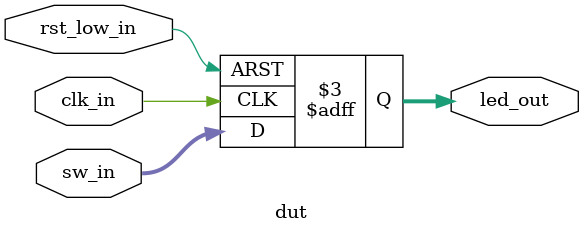
<source format=sv>
/**************************************************************************
 * Placeholder for top-level design                                       *
 * Copyright (C) 2022, Benjamin Davis                                     *
 *                                                                        *
 * This program is free software: you can redistribute it and/or modify   *
 * it under the terms of the GNU General Public License as published by   *
 * the Free Software Foundation, either version 3 of the License, or      *
 * (at your option) any later version.                                    *
 *                                                                        *
 * This program is distributed in the hope that it will be useful,        *
 * but WITHOUT ANY WARRANTY; without even the implied warranty of         *
 * MERCHANTABILITY or FITNESS FOR A PARTICULAR PURPOSE.  See the          *
 * GNU General Public License for more details.                           *
 *                                                                        *
 * You should have received a copy of the GNU General Public License      *
 * along with this program.  If not, see <https://www.gnu.org/licenses/>. *
 **************************************************************************/

module dut #(
  parameter int WIDTH = 8
) (
  input wire clk_in,
  input wire rst_low_in,

  input  wire  [WIDTH-1:0] sw_in,
  output logic [WIDTH-1:0] led_out
);

  always_ff @(posedge clk_in, negedge rst_low_in) begin
    if (!rst_low_in) begin
      led_out <= '0;
    end
    else begin
      led_out <= sw_in;
    end
  end

endmodule

</source>
